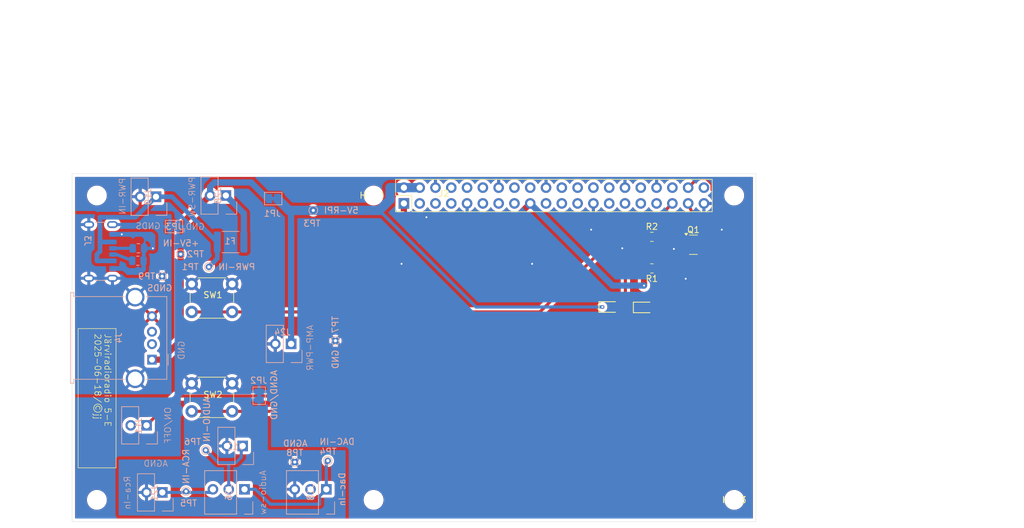
<source format=kicad_pcb>
(kicad_pcb (version 20240108) (generator "pcbnew") (generator_version "8.0")
  (title_block (title "Järviradioradio 5") (date "2025-06-18") (rev "E") (company "jj"))
  (layers (0 "F.Cu" signal) (31 "B.Cu" signal) (34 "B.Paste" user) (35 "F.Paste" user) (36 "B.SilkS" user "B.Silkscreen") (37 "F.SilkS" user "F.Silkscreen") (38 "B.Mask" user) (39 "F.Mask" user) (44 "Edge.Cuts" user))
  (net 0 "")
  (net 1 "GND")
  (net 2 "Net-(J2-GPIO26)")
  (net 3 "ON{slash}OFF")
  (net 4 "Net-(J2-GPIO19{slash}MISO1)")
  (net 5 "Net-(J2-GPIO20{slash}MOSI1)")
  (net 6 "+5V-RPI")
  (net 9 "+3V3")
  (net 16 "Net-(J28-Pin_1)")
  (net 34 "audio-in")
  (net 35 "AGND")
  (net 36 "+5V-IN")
  (net 37 "GNDS")
  (net 38 "PWR-IN")
  (net 39 "DAC-IN")
  (net 40 "RCA-IN")
  (net 41 "Net-(J3-CC1)")
  (net 42 "Net-(J3-CC2)")
  (footprint "Resistor_SMD:R_0805_2012Metric" (layer "F.Cu") (at 48.26 10.16)
    (property "Reference" "R2")
    (property "Value" "100k")
  )
  (footprint "Button_Switch_THT:SW_PUSH_6mm" (layer "F.Cu") (at -25.75 17.75)
    (property "Reference" "SW1")
    (property "Value" "SW_PUSH_THT_6mm")
  )
  (footprint "MountingHole:MountingHole_2.7mm_M2.5" (layer "F.Cu") (at 61.5 3.5)
    (property "Reference" "H101")
    (property "Value" "MountingHole")
  )
  (footprint "Connector_PinHeader_2.54mm:PinHeader_2x20_P2.54mm_Vertical" (layer "F.Cu") (at 8.375 4.775 90)
    (property "Reference" "J2")
    (property "Value" "Raspberry_Pi_2_3_GPIO")
  )
  (footprint "Button_Switch_THT:SW_PUSH_6mm" (layer "F.Cu") (at -25.75 33.75)
    (property "Reference" "SW2")
    (property "Value" "SW_PUSH_THT_6mm")
  )
  (footprint "MountingHole:MountingHole_2.7mm_M2.5" (layer "F.Cu") (at -41 3.5)
    (property "Reference" "H1")
    (property "Value" "MountingHole")
  )
  (footprint "Resistor_SMD:R_0805_2012Metric" (layer "F.Cu") (at 48.26 15.24 180)
    (property "Reference" "R1")
    (property "Value" "100k")
  )
  (footprint "MountingHole:MountingHole_2.7mm_M2.5" (layer "F.Cu") (at 61.5 52.5)
    (property "Reference" "H103")
    (property "Value" "MountingHole")
  )
  (footprint "MountingHole:MountingHole_2.7mm_M2.5" (layer "F.Cu") (at 3.5 52.5)
    (property "Reference" "H104" (hide yes))
    (property "Value" "MountingHole")
  )
  (footprint "Package_TO_SOT_SMD:SOT-23" (layer "F.Cu") (at 54.9425 11.43)
    (property "Reference" "Q1")
    (property "Value" "BSS138")
  )
  (footprint "PCM_JLCPCB:D_SOD-323" (layer "F.Cu") (at 41.35 21.45)
    (property "Reference" "D1" (hide yes))
    (property "Value" "Schottky,15mA")
  )
  (footprint "MountingHole:MountingHole_2.7mm_M2.5" (layer "F.Cu") (at -41 52.5)
    (property "Reference" "H2")
    (property "Value" "MountingHole")
  )
  (footprint "PCM_JLCPCB:D_SOD-323" (layer "F.Cu") (at 46.89 21.52)
    (property "Reference" "D2" (hide yes))
    (property "Value" "Schottky,15mA")
  )
  (footprint "MountingHole:MountingHole_2.7mm_M2.5" (layer "F.Cu") (at 3.5 3.5)
    (property "Reference" "H102")
    (property "Value" "MountingHole")
  )
  (footprint "Resistor_SMD:R_0805_2012Metric" (layer "B.Cu") (at -34.4125 14)
    (property "Reference" "R3" (hide yes))
    (property "Value" "5k1")
  )
  (footprint "Fuse:Fuse_1812_4532Metric" (layer "B.Cu") (at -19.5 11)
    (property "Reference" "F1")
    (property "Value" "1.1A/polyfuse")
  )
  (footprint "TestPoint:TestPoint_THTPad_D1.0mm_Drill0.5mm" (layer "B.Cu") (at -23.5 44.5 180)
    (property "Reference" "TP6")
    (property "Value" "AUDIO-IN")
  )
  (footprint "jj-foot:Wafer_1x02_P2.54mm_Vertical_male" (layer "B.Cu") (at -9.765 27.3925 90)
    (property "Reference" "J24")
    (property "Value" "Wafer,1x2,m")
  )
  (footprint "Connector_USB:USB_C_Receptacle_GCT_USB4125-xx-x-0190_6P_TopMnt_Horizontal" (layer "B.Cu") (at -41.5 12.5 90)
    (property "Reference" "J3")
    (property "Value" "USB-C,6Pin")
  )
  (footprint "TestPoint:TestPoint_THTPad_D1.0mm_Drill0.5mm" (layer "B.Cu") (at -27.53 12.95 90)
    (property "Reference" "TP2")
    (property "Value" "+5V-IN")
  )
  (footprint "jj-foot:Wafer_1x03_P2.54mm_Vertical_male" (layer "B.Cu") (at -4.1 50.8 90)
    (property "Reference" "J18")
    (property "Value" "Wafer,1x3,m")
  )
  (footprint "Connector_USB:USB_A_Molex_67643_Horizontal" (layer "B.Cu") (at -32.14 29.93 90)
    (property "Reference" "J4")
    (property "Value" "USB-Afm,THT")
  )
  (footprint "jj-foot:Wafer_1x03_P2.54mm_Vertical_male" (layer "B.Cu") (at -17.26 50.8 90)
    (property "Reference" "J26")
    (property "Value" "Wafer,1x3,m")
  )
  (footprint "Resistor_SMD:R_0805_2012Metric" (layer "B.Cu") (at -34.325 12)
    (property "Reference" "R4" (hide yes))
    (property "Value" "5k1")
  )
  (footprint "jj-foot:Wafer_1x02_P2.54mm_Vertical_male" (layer "B.Cu") (at -17.55 43.82 90)
    (property "Reference" "J13")
    (property "Value" "Wafer,1x2,m")
  )
  (footprint "TestPoint:TestPoint_THTPad_D1.0mm_Drill0.5mm" (layer "B.Cu") (at -23 15)
    (property "Reference" "TP1")
    (property "Value" "PWR-IN")
  )
  (footprint "Jumper:SolderJumper-2_P1.3mm_Bridged_Pad1.0x1.5mm" (layer "B.Cu") (at -28.6 8.5 180)
    (property "Reference" "JP3")
    (property "Value" "GND/SGND")
  )
  (footprint "Jumper:SolderJumper-2_P1.3mm_Bridged_Pad1.0x1.5mm" (layer "B.Cu") (at -12.65 4)
    (property "Reference" "JP1")
    (property "Value" "5V-IN/5V-RPI")
  )
  (footprint "TestPoint:TestPoint_THTPad_D1.0mm_Drill0.5mm" (layer "B.Cu") (at -3.86 46.2 180)
    (property "Reference" "TP4")
    (property "Value" "Dac-In")
  )
  (footprint "jj-foot:Wafer_1x02_P2.54mm_Vertical_male" (layer "B.Cu") (at -33.02 40.5 90)
    (property "Reference" "J11")
    (property "Value" "Wafer,1x2,m")
  )
  (footprint "TestPoint:TestPoint_THTPad_D1.0mm_Drill0.5mm" (layer "B.Cu") (at -26.66 51.12 180)
    (property "Reference" "TP5")
    (property "Value" "RCA-IN")
  )
  (footprint "TestPoint:TestPoint_THTPad_D1.0mm_Drill0.5mm" (layer "B.Cu") (at -2.64 26.88 -90)
    (property "Reference" "TP7")
    (property "Value" "GND")
  )
  (footprint "TestPoint:TestPoint_THTPad_D1.0mm_Drill0.5mm" (layer "B.Cu") (at -9.18 46.41 180)
    (property "Reference" "TP8")
    (property "Value" "AGND")
  )
  (footprint "jj-foot:Wafer_1x02_P2.54mm_Vertical_male" (layer "B.Cu") (at -20.26 3.5 90)
    (property "Reference" "J28")
    (property "Value" "Wafer,1x2,m")
  )
  (footprint "jj-foot:Wafer_1x02_P2.54mm_Vertical_male" (layer "B.Cu") (at -30.48 51.3 90)
    (property "Reference" "J21")
    (property "Value" "Wafer,1x2,m")
  )
  (footprint "TestPoint:TestPoint_THTPad_D1.0mm_Drill0.5mm" (layer "B.Cu") (at -6.2 5.9 180)
    (property "Reference" "TP3")
    (property "Value" "5V-RPI")
  )
  (footprint "Jumper:SolderJumper-2_P1.3mm_Bridged_Pad1.0x1.5mm" (layer "B.Cu") (at -14.9 35.73 90)
    (property "Reference" "JP2")
    (property "Value" "AGND/GND")
  )
  (footprint "TestPoint:TestPoint_THTPad_D1.0mm_Drill0.5mm" (layer "B.Cu") (at -30.5 16.5 180)
    (property "Reference" "TP9")
    (property "Value" "GNDS")
  )
  (footprint "jj-foot:Wafer_1x02_P2.54mm_Vertical_male" (layer "B.Cu") (at -31.5 3.7 90)
    (property "Reference" "J19")
    (property "Value" "Wafer,1x2,m")
  )
  (gr_rect (start -45 0) (end 65 56) (stroke (width 0.05)) (fill none) (layer "Edge.Cuts"))
  (gr_text "PWR-IN" (at -36.3 0.6 90) (layer "B.SilkS") (effects (font (size 1 1) (thickness 0.1)) (justify left bottom mirror)))
  (gr_text "Audio-sw" (at -13.72 47.67 90) (layer "B.SilkS") (effects (font (size 1 1) (thickness 0.1)) (justify left bottom mirror)))
  (gr_text "GND\n" (at -23.6 9.1 0) (layer "B.SilkS") (effects (font (size 1 1) (thickness 0.1)) (justify left bottom mirror)))
  (gr_text "DAC-IN" (at -2.37 43.13 -0) (layer "B.SilkS") (effects (font (size 1 1)) (justify mirror)))
  (gr_text "AGND\n" (at -29.52 47.23 0) (layer "B.SilkS") (effects (font (size 1 1) (thickness 0.1)) (justify left bottom mirror)))
  (gr_text "PWR-SW" (at -25.1 0.4 90) (layer "B.SilkS") (effects (font (size 1 1) (thickness 0.1)) (justify left bottom mirror)))
  (gr_text "GNDS\n" (at -30.7 9 0) (layer "B.SilkS") (effects (font (size 1 1) (thickness 0.1)) (justify left bottom mirror)))
  (gr_text "Rca-In" (at -35.51 48.6 90) (layer "B.SilkS") (effects (font (size 1 1) (thickness 0.1)) (justify left bottom mirror)))
  (gr_text "GND\n" (at -26.82 26.84 90) (layer "B.SilkS") (effects (font (size 1 1) (thickness 0.1)) (justify left bottom mirror)))
  (gr_text "ON/OFF" (at -29 37.5 90) (layer "B.SilkS") (effects (font (size 1 1) (thickness 0.1)) (justify left bottom mirror)))
  (gr_text "AMP-PWR" (at -6.13 24.27 90) (layer "B.SilkS") (effects (font (size 1 1) (thickness 0.1)) (justify left bottom mirror)))
  (gr_text_box "${TITLE}-${REVISION}\n${ISSUE_DATE}/©${COMPANY}\n" (start -44.015 24.925) (end -37.925 47.345) (angle 270) (layer "F.SilkS") (effects (font (size 1 1) (thickness 0.1)) (justify left top)) (border yes) (stroke (width 0.1)))
  (via (at -32 12) (size 0.6) (drill 0.3) (layers "F.Cu" "B.Cu") (net 1))
  (via (at 29 14.5) (size 0.6) (drill 0.3) (layers "F.Cu" "B.Cu") (net 1))
  (via (at 43.5 12) (size 0.6) (drill 0.3) (layers "F.Cu" "B.Cu") (net 1))
  (via (at 53.7 16.9) (size 0.6) (drill 0.3) (layers "F.Cu" "B.Cu") (net 1))
  (via (at 51.8 12.1) (size 0.6) (drill 0.3) (layers "F.Cu" "B.Cu") (net 1))
  (via (at 38.5 9) (size 0.6) (drill 0.3) (layers "F.Cu" "B.Cu") (net 1))
  (via (at -37 9.75) (size 0.6) (drill 0.3) (layers "F.Cu" "B.Cu") (net 1))
  (via (at 8 14.5) (size 0.6) (drill 0.3) (layers "F.Cu" "B.Cu") (net 1))
  (via (at 59.5 9) (size 0.6) (drill 0.3) (layers "F.Cu" "B.Cu") (net 1))
  (via (at 12 7) (size 0.6) (drill 0.3) (layers "F.Cu" "B.Cu") (net 1))
  (segment (start -38.42 15.25) (end -36.65 15.25) (width 0.75) (layer "B.Cu") (net 1))
  (segment (start -37 9.75) (end -32.25 9.75) (width 0.75) (layer "B.Cu") (net 1))
  (segment (start -32.25 9.75) (end -32 10) (width 0.75) (layer "B.Cu") (net 1))
  (segment (start -36 15.9) (end -34 15.9) (width 0.75) (layer "B.Cu") (net 1))
  (segment (start -34 15.9) (end -33.5 15.4) (width 0.75) (layer "B.Cu") (net 1))
  (segment (start -38.42 9.75) (end -37 9.75) (width 0.75) (layer "B.Cu") (net 1))
  (segment (start -33.5 14) (end -33.5 12.0875) (width 0.5) (layer "B.Cu") (net 1))
  (segment (start -33.5 12.0875) (end -33.4125 12) (width 0.5) (layer "B.Cu") (net 1))
  (segment (start -33.5 15.4) (end -33.5 14) (width 0.75) (layer "B.Cu") (net 1))
  (segment (start -32 10) (end -32 12) (width 0.75) (layer "B.Cu") (net 1))
  (segment (start -32 12) (end -33.4125 12) (width 0.5) (layer "B.Cu") (net 1))
  (segment (start -36.65 15.25) (end -36 15.9) (width 0.75) (layer "B.Cu") (net 1))
  (segment (start 55.3 7.6) (end 55.8 9.3) (width 0.5) (layer "F.Cu") (net 2))
  (segment (start 54.095 4.775) (end 55.3 7.6) (width 0.5) (layer "F.Cu") (net 2))
  (segment (start 49.1725 15.24) (end 51.36 15.24) (width 0.5) (layer "F.Cu") (net 2))
  (segment (start 55.8 9.3) (end 55.88 11.43) (width 0.5) (layer "F.Cu") (net 2))
  (segment (start 55.88 13.566154) (end 55.8 13.646154) (width 0.5) (layer "F.Cu") (net 2))
  (segment (start 55.88 11.43) (end 55.88 13.566154) (width 0.5) (layer "F.Cu") (net 2))
  (segment (start 51.36 15.24) (end 52.8 13.8) (width 0.5) (layer "F.Cu") (net 2))
  (segment (start 52.8 13.8) (end 55.8 13.646154) (width 0.5) (layer "F.Cu") (net 2))
  (segment (start 52.22 10.48) (end 54.005 10.48) (width 0.5) (layer "F.Cu") (net 3))
  (segment (start 43.97 21.45) (end 44 21.48) (width 0.5) (layer "F.Cu") (net 3))
  (segment (start 51.16 10.16) (end 51.6 10.6) (width 0.5) (layer "F.Cu") (net 3))
  (segment (start 49.1725 11.3275) (end 49.1725 10.16) (width 0.5) (layer "F.Cu") (net 3))
  (segment (start 42.4 21.45) (end 43.97 21.45) (width 0.5) (layer "F.Cu") (net 3))
  (segment (start 49.1725 10.16) (end 51.16 10.16) (width 0.5) (layer "F.Cu") (net 3))
  (segment (start 44 21.48) (end 44.04 21.52) (width 0.5) (layer "F.Cu") (net 3))
  (segment (start -33.02 40.5) (end -28.3 35.78) (width 0.5) (layer "F.Cu") (net 3))
  (segment (start 44.04 21.52) (end 45.84 21.52) (width 0.5) (layer "F.Cu") (net 3))
  (segment (start 44 16.5) (end 49.1725 11.3275) (width 0.5) (layer "F.Cu") (net 3))
  (segment (start 44 21.48) (end 44 16.5) (width 0.5) (layer "F.Cu") (net 3))
  (segment (start 52.1 10.6) (end 52.22 10.48) (width 0.5) (layer "F.Cu") (net 3))
  (segment (start 35.22 35.78) (end 44 27) (width 0.5) (layer "F.Cu") (net 3))
  (segment (start -28.3 35.78) (end 35.22 35.78) (width 0.5) (layer "F.Cu") (net 3))
  (segment (start 51.6 10.6) (end 52.1 10.6) (width 0.5) (layer "F.Cu") (net 3))
  (segment (start 44 27) (end 44 21.48) (width 0.5) (layer "F.Cu") (net 3))
  (segment (start -19.25 22.25) (end 30.25 22.25) (width 0.5) (layer "F.Cu") (net 4))
  (segment (start 45 7.5) (end 48.83 7.5) (width 0.5) (layer "F.Cu") (net 4))
  (segment (start -19.25 22.25) (end -25.75 22.25) (width 0.5) (layer "F.Cu") (net 4))
  (segment (start 48.83 7.5) (end 51.555 4.775) (width 0.5) (layer "F.Cu") (net 4))
  (segment (start 30.25 22.25) (end 45 7.5) (width 0.5) (layer "F.Cu") (net 4))
  (segment (start -25.75 38.25) (end 35.75 38.25) (width 0.5) (layer "F.Cu") (net 5))
  (segment (start 57.935 1.685) (end 57 0.75) (width 0.5) (layer "F.Cu") (net 5))
  (segment (start 60.5 5.116295) (end 57.935 2.551295) (width 0.5) (layer "F.Cu") (net 5))
  (segment (start 55.58 0.75) (end 54.095 2.235) (width 0.5) (layer "F.Cu") (net 5))
  (segment (start 57 0.75) (end 55.58 0.75) (width 0.5) (layer "F.Cu") (net 5))
  (segment (start 60.5 13.5) (end 60.5 5.116295) (width 0.5) (layer "F.Cu") (net 5))
  (segment (start 57.935 2.551295) (end 57.935 1.685) (width 0.5) (layer "F.Cu") (net 5))
  (segment (start 35.75 38.25) (end 60.5 13.5) (width 0.5) (layer "F.Cu") (net 5))
  (via (at 40.3 21.45) (size 0.6) (drill 0.3) (layers "F.Cu" "B.Cu") (net 6))
  (segment (start 40.3 21.45) (end 19.973402 21.45) (width 0.5) (layer "B.Cu") (net 6))
  (segment (start 4.423402 5.9) (end 3.78 5.9) (width 1.5) (layer "B.Cu") (net 6))
  (segment (start -10.1 5.9) (end -11.85 4.15) (width 1.5) (layer "B.Cu") (net 6))
  (segment (start -9.765 6.235) (end -10.1 5.9) (width 1) (layer "B.Cu") (net 6))
  (segment (start 19.973402 21.45) (end 4.423402 5.9) (width 0.5) (layer "B.Cu") (net 6))
  (segment (start 3.78 5.9) (end -10.1 5.9) (width 1.5) (layer "B.Cu") (net 6))
  (segment (start 6.141598 2.235) (end 6.141598 4.181804) (width 1.5) (layer "B.Cu") (net 6))
  (segment (start -9.765 27.3925) (end -9.765 6.235) (width 1) (layer "B.Cu") (net 6))
  (segment (start 6.141598 4.181804) (end 4.423402 5.9) (width 1.5) (layer "B.Cu") (net 6))
  (segment (start -11.85 4.15) (end -11.85 4) (width 1.5) (layer "B.Cu") (net 6))
  (segment (start 8.375 2.235) (end 6.141598 2.235) (width 1.5) (layer "B.Cu") (net 6))
  (segment (start 8.375 2.235) (end 10.915 2.235) (width 1.5) (layer "B.Cu") (net 6))
  (segment (start 26.67 6.8) (end 28.695 4.775) (width 1) (layer "F.Cu") (net 9))
  (segment (start 11.5 10.5) (end 22.5 10.5) (width 1) (layer "F.Cu") (net 9))
  (segment (start 8.375 6.875) (end 11.5 10.5) (width 1) (layer "F.Cu") (net 9))
  (segment (start 47 15.5875) (end 47.3475 15.24) (width 1) (layer "F.Cu") (net 9))
  (segment (start 26.4 6.8) (end 26.67 6.8) (width 1) (layer "F.Cu") (net 9))
  (segment (start 22.5 10.5) (end 26.4 6.8) (width 1) (layer "F.Cu") (net 9))
  (segment (start 8.375 4.775) (end 8.375 6.875) (width 1) (layer "F.Cu") (net 9))
  (segment (start 47 18) (end 47 15.5875) (width 1) (layer "F.Cu") (net 9))
  (via (at 47 18) (size 0.6) (drill 0.3) (layers "F.Cu" "B.Cu") (net 9))
  (segment (start 28.695 4.775) (end 41.92 18) (width 1) (layer "B.Cu") (net 9))
  (segment (start 41.92 18) (end 47 18) (width 1) (layer "B.Cu") (net 9))
  (segment (start -17.3625 11) (end -17.3625 6.3975) (width 1) (layer "B.Cu") (net 16))
  (segment (start -17.3625 6.3975) (end -20.26 3.5) (width 1) (layer "B.Cu") (net 16))
  (segment (start -19.8 46.5) (end -18.64 46.5) (width 0.5) (layer "B.Cu") (net 34))
  (segment (start -18.64 46.5) (end -17.78 45.64) (width 0.5) (layer "B.Cu") (net 34))
  (segment (start -19.8 50.8) (end -19.8 46.5) (width 0.5) (layer "B.Cu") (net 34))
  (segment (start -23.5 44.5) (end -21.5 46.5) (width 0.5) (layer "B.Cu") (net 34))
  (segment (start -21.5 46.5) (end -19.8 46.5) (width 0.5) (layer "B.Cu") (net 34))
  (segment (start -17.78 44.05) (end -17.55 43.82) (width 0.5) (layer "B.Cu") (net 34))
  (segment (start -17.78 45.64) (end -17.78 44.05) (width 0.5) (layer "B.Cu") (net 34))
  (segment (start -27.53 26.83) (end -30.63 29.93) (width 1) (layer "F.Cu") (net 36))
  (segment (start -30.63 29.93) (end -32.14 29.93) (width 1) (layer "F.Cu") (net 36))
  (segment (start -27.53 8.23) (end -27.53 13) (width 1) (layer "F.Cu") (net 36))
  (segment (start -27.53 13) (end -27.53 26.83) (width 1) (layer "F.Cu") (net 36))
  (segment (start -22.8 3.5) (end -27.53 8.23) (width 1) (layer "F.Cu") (net 36))
  (segment (start -13.6 4) (end -13.3 4) (width 1) (layer "B.Cu") (net 36))
  (segment (start -22.1 1.4) (end -16.2 1.4) (width 1) (layer "B.Cu") (net 36))
  (segment (start -22.8 3.5) (end -22.8 2.1) (width 1) (layer "B.Cu") (net 36))
  (segment (start -16.2 1.4) (end -13.6 4) (width 1) (layer "B.Cu") (net 36))
  (segment (start -22.8 2.1) (end -22.1 1.4) (width 1) (layer "B.Cu") (net 36))
  (segment (start -38.42 10.98) (end -40.48 10.98) (width 0.75) (layer "B.Cu") (net 38))
  (segment (start -41 13) (end -40.5 12.5) (width 0.75) (layer "B.Cu") (net 38))
  (segment (start -31.5 3.7) (end -28.9375 3.7) (width 0.75) (layer "B.Cu") (net 38))
  (segment (start -40.5 11) (end -40.5 7) (width 0.75) (layer "B.Cu") (net 38))
  (segment (start -40.48 10.98) (end -40.5 11) (width 0.75) (layer "B.Cu") (net 38))
  (segment (start -34.8 7) (end -31.5 3.7) (width 0.75) (layer "B.Cu") (net 38))
  (segment (start -40.98 14.02) (end -41 14) (width 0.75) (layer "B.Cu") (net 38))
  (segment (start -21.6375 13.6375) (end -23 15) (width 0.75) (layer "B.Cu") (net 38))
  (segment (start -40.5 12.5) (end -40.5 11) (width 0.75) (layer "B.Cu") (net 38))
  (segment (start -40.5 7) (end -34.8 7) (width 0.75) (layer "B.Cu") (net 38))
  (segment (start -41 14) (end -41 13) (width 0.75) (layer "B.Cu") (net 38))
  (segment (start -38.42 14.02) (end -40.98 14.02) (width 0.75) (layer "B.Cu") (net 38))
  (segment (start -28.9375 3.7) (end -21.6375 11) (width 0.75) (layer "B.Cu") (net 38))
  (segment (start -21.6375 11) (end -21.6375 13.6375) (width 0.75) (layer "B.Cu") (net 38))
  (segment (start -17.26 50.8) (end -15.5 50.8) (width 0.5) (layer "B.Cu") (net 39))
  (segment (start -4.1 46.44) (end -3.86 46.2) (width 0.5) (layer "B.Cu") (net 39))
  (segment (start -5.2 51.9) (end -4.1 50.8) (width 0.5) (layer "B.Cu") (net 39))
  (segment (start -15.5 50.8) (end -13.1 53.2) (width 0.5) (layer "B.Cu") (net 39))
  (segment (start -5.2 53.2) (end -5.2 51.9) (width 0.5) (layer "B.Cu") (net 39))
  (segment (start -4.1 50.8) (end -4.1 46.44) (width 0.5) (layer "B.Cu") (net 39))
  (segment (start -13.1 53.2) (end -5.2 53.2) (width 0.5) (layer "B.Cu") (net 39))
  (segment (start -22.84 51.3) (end -22.34 50.8) (width 0.5) (layer "B.Cu") (net 40))
  (segment (start -30.48 51.3) (end -22.84 51.3) (width 0.5) (layer "B.Cu") (net 40))
  (segment (start -37.82 13) (end -35.325 14) (width 0.5) (layer "B.Cu") (net 41))
  (segment (start -38.42 13) (end -37.82 13) (width 0.5) (layer "B.Cu") (net 41))
  (segment (start -38.42 12) (end -35.2375 12) (width 0.5) (layer "B.Cu") (net 42))
  (zone (net 1) (net_name "GND") (layer "F.Cu") (connect_pads (clearance 0.5)) (min_thickness 0.25) (fill yes (thermal_gap 0.5) (thermal_bridge_width 0.5))
    (polygon (pts (xy -45 0) (xy -45 56) (xy 65 56) (xy 65 0)))
  )
  (zone (net 37) (net_name "GNDS") (layer "B.Cu") (priority 3) (connect_pads (clearance 0.5)) (min_thickness 0.25) (fill yes (thermal_gap 0.5) (thermal_bridge_width 0.5))
    (polygon (pts (xy -45 6.5) (xy -29 6.5) (xy -29 35.5) (xy -44.5 35.5)))
  )
  (zone (net 35) (net_name "AGND") (layer "B.Cu") (priority 2) (connect_pads (clearance 0.5)) (min_thickness 0.25) (fill yes (thermal_gap 0.5) (thermal_bridge_width 0.5))
    (polygon (pts (xy -37.5 55) (xy -37.5 46) (xy -27 46) (xy -27 36) (xy -13.5 36) (xy -13.5 44.5) (xy -1 44.5) (xy -1 55.5)))
  )
  (zone (net 1) (net_name "GND") (layer "B.Cu") (priority 1) (connect_pads (clearance 0.5)) (min_thickness 0.25) (fill yes (thermal_gap 0.5) (thermal_bridge_width 0.5))
    (polygon (pts (xy -45 0) (xy 65 0.2) (xy 65 56.3) (xy -45 56)))
  )
)
</source>
